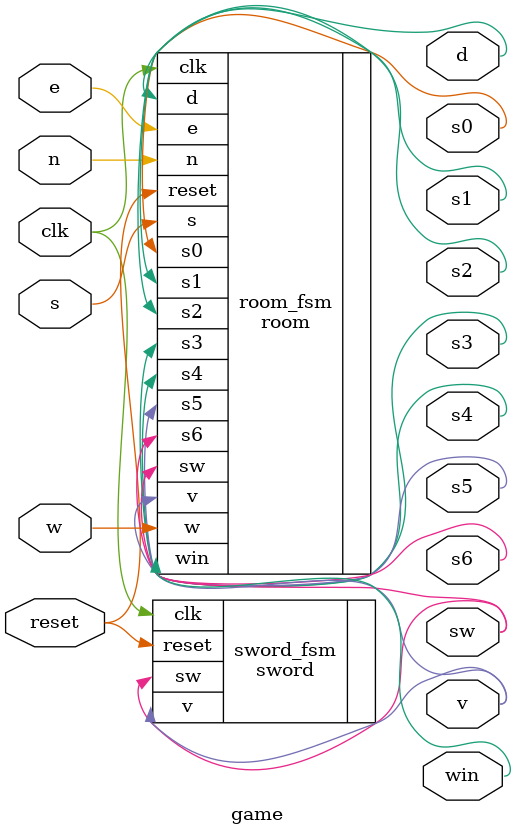
<source format=sv>

module game(
    input logic clk, n, s, e, w, reset,
    output logic s6, win, s5, d, s4, s3, sw, s2, s1, s0, v
    );
    
    sword sword_fsm(
        .clk(clk),
        .sw(sw),
        .reset(reset),
        .v(v)
        );
        
    room room_fsm(
        .clk(clk),
        .s0(s0),
        .s1(s1),
        .s2(s2),
        .s3(s3),
        .s4(s4),
        .s5(s5),
        .s6(s6),
        .n(n),
        .s(s),
        .e(e),
        .w(w),
        .reset(reset),
        .win(win),
        .d(d),
        .v(v),
        .sw(sw)
        );
        
endmodule

</source>
